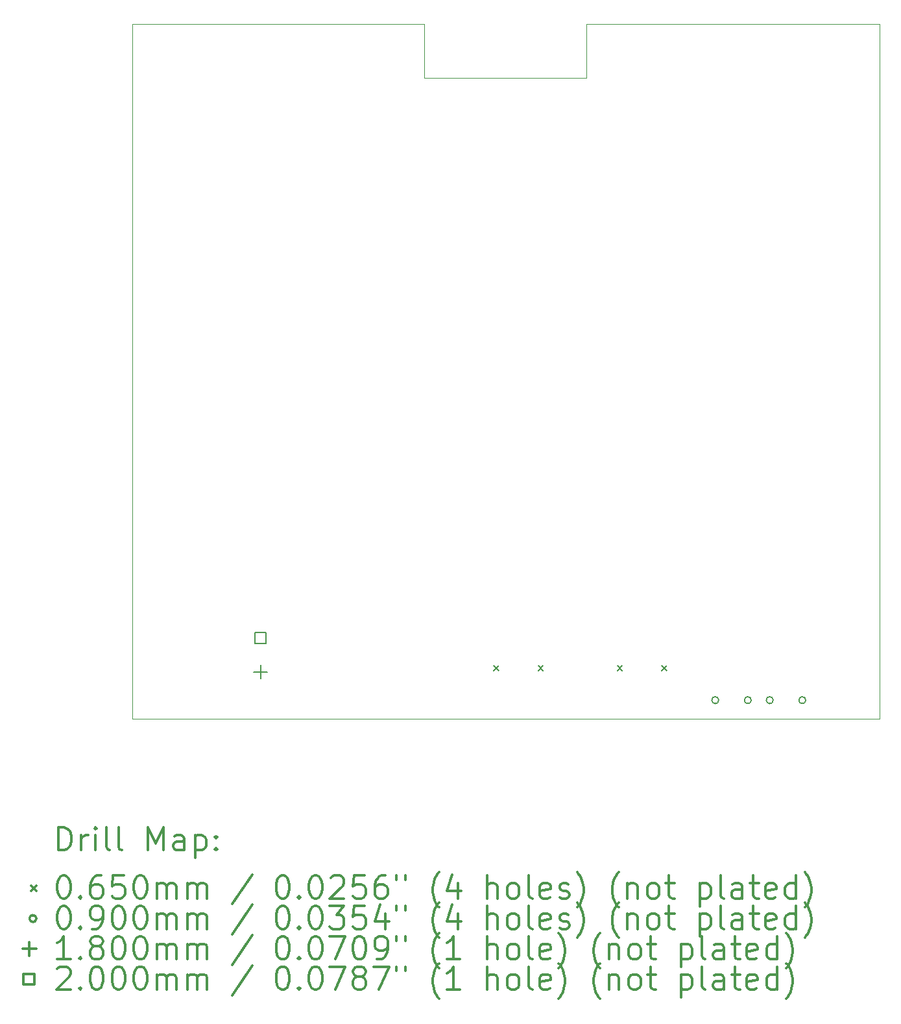
<source format=gbr>
%FSLAX45Y45*%
G04 Gerber Fmt 4.5, Leading zero omitted, Abs format (unit mm)*
G04 Created by KiCad (PCBNEW (5.1.12)-1) date 2022-03-11 14:50:15*
%MOMM*%
%LPD*%
G01*
G04 APERTURE LIST*
%TA.AperFunction,Profile*%
%ADD10C,0.050000*%
%TD*%
%ADD11C,0.200000*%
%ADD12C,0.300000*%
G04 APERTURE END LIST*
D10*
X20218400Y-12560300D02*
X22339300Y-12560300D01*
X22339300Y-11861800D02*
X22352000Y-11861800D01*
X22339300Y-12560300D02*
X22339300Y-11861800D01*
X20218400Y-11861800D02*
X20218400Y-12560300D01*
X20218400Y-11861800D02*
X16408400Y-11861800D01*
X20218400Y-11861800D02*
X20218400Y-11861800D01*
X16408400Y-11861800D02*
X16408400Y-20916900D01*
X26162000Y-11861800D02*
X22352000Y-11861800D01*
X26162000Y-20916900D02*
X26162000Y-11861800D01*
X16408400Y-20916900D02*
X26162000Y-20916900D01*
D11*
X21128800Y-20224000D02*
X21193800Y-20289000D01*
X21193800Y-20224000D02*
X21128800Y-20289000D01*
X21706800Y-20224000D02*
X21771800Y-20289000D01*
X21771800Y-20224000D02*
X21706800Y-20289000D01*
X22741700Y-20224000D02*
X22806700Y-20289000D01*
X22806700Y-20224000D02*
X22741700Y-20289000D01*
X23319700Y-20224000D02*
X23384700Y-20289000D01*
X23384700Y-20224000D02*
X23319700Y-20289000D01*
X24064100Y-20675600D02*
G75*
G03*
X24064100Y-20675600I-45000J0D01*
G01*
X24489100Y-20675600D02*
G75*
G03*
X24489100Y-20675600I-45000J0D01*
G01*
X24775300Y-20675600D02*
G75*
G03*
X24775300Y-20675600I-45000J0D01*
G01*
X25200300Y-20675600D02*
G75*
G03*
X25200300Y-20675600I-45000J0D01*
G01*
X18084800Y-20215200D02*
X18084800Y-20395200D01*
X17994800Y-20305200D02*
X18174800Y-20305200D01*
X18155511Y-19935911D02*
X18155511Y-19794489D01*
X18014089Y-19794489D01*
X18014089Y-19935911D01*
X18155511Y-19935911D01*
D12*
X15444828Y-22632614D02*
X15444828Y-22332614D01*
X15516257Y-22332614D01*
X15559114Y-22346900D01*
X15587686Y-22375471D01*
X15601971Y-22404043D01*
X15616257Y-22461186D01*
X15616257Y-22504043D01*
X15601971Y-22561186D01*
X15587686Y-22589757D01*
X15559114Y-22618328D01*
X15516257Y-22632614D01*
X15444828Y-22632614D01*
X15744828Y-22632614D02*
X15744828Y-22432614D01*
X15744828Y-22489757D02*
X15759114Y-22461186D01*
X15773400Y-22446900D01*
X15801971Y-22432614D01*
X15830543Y-22432614D01*
X15930543Y-22632614D02*
X15930543Y-22432614D01*
X15930543Y-22332614D02*
X15916257Y-22346900D01*
X15930543Y-22361186D01*
X15944828Y-22346900D01*
X15930543Y-22332614D01*
X15930543Y-22361186D01*
X16116257Y-22632614D02*
X16087686Y-22618328D01*
X16073400Y-22589757D01*
X16073400Y-22332614D01*
X16273400Y-22632614D02*
X16244828Y-22618328D01*
X16230543Y-22589757D01*
X16230543Y-22332614D01*
X16616257Y-22632614D02*
X16616257Y-22332614D01*
X16716257Y-22546900D01*
X16816257Y-22332614D01*
X16816257Y-22632614D01*
X17087686Y-22632614D02*
X17087686Y-22475471D01*
X17073400Y-22446900D01*
X17044829Y-22432614D01*
X16987686Y-22432614D01*
X16959114Y-22446900D01*
X17087686Y-22618328D02*
X17059114Y-22632614D01*
X16987686Y-22632614D01*
X16959114Y-22618328D01*
X16944829Y-22589757D01*
X16944829Y-22561186D01*
X16959114Y-22532614D01*
X16987686Y-22518328D01*
X17059114Y-22518328D01*
X17087686Y-22504043D01*
X17230543Y-22432614D02*
X17230543Y-22732614D01*
X17230543Y-22446900D02*
X17259114Y-22432614D01*
X17316257Y-22432614D01*
X17344829Y-22446900D01*
X17359114Y-22461186D01*
X17373400Y-22489757D01*
X17373400Y-22575471D01*
X17359114Y-22604043D01*
X17344829Y-22618328D01*
X17316257Y-22632614D01*
X17259114Y-22632614D01*
X17230543Y-22618328D01*
X17501971Y-22604043D02*
X17516257Y-22618328D01*
X17501971Y-22632614D01*
X17487686Y-22618328D01*
X17501971Y-22604043D01*
X17501971Y-22632614D01*
X17501971Y-22446900D02*
X17516257Y-22461186D01*
X17501971Y-22475471D01*
X17487686Y-22461186D01*
X17501971Y-22446900D01*
X17501971Y-22475471D01*
X15093400Y-23094400D02*
X15158400Y-23159400D01*
X15158400Y-23094400D02*
X15093400Y-23159400D01*
X15501971Y-22962614D02*
X15530543Y-22962614D01*
X15559114Y-22976900D01*
X15573400Y-22991186D01*
X15587686Y-23019757D01*
X15601971Y-23076900D01*
X15601971Y-23148328D01*
X15587686Y-23205471D01*
X15573400Y-23234043D01*
X15559114Y-23248328D01*
X15530543Y-23262614D01*
X15501971Y-23262614D01*
X15473400Y-23248328D01*
X15459114Y-23234043D01*
X15444828Y-23205471D01*
X15430543Y-23148328D01*
X15430543Y-23076900D01*
X15444828Y-23019757D01*
X15459114Y-22991186D01*
X15473400Y-22976900D01*
X15501971Y-22962614D01*
X15730543Y-23234043D02*
X15744828Y-23248328D01*
X15730543Y-23262614D01*
X15716257Y-23248328D01*
X15730543Y-23234043D01*
X15730543Y-23262614D01*
X16001971Y-22962614D02*
X15944828Y-22962614D01*
X15916257Y-22976900D01*
X15901971Y-22991186D01*
X15873400Y-23034043D01*
X15859114Y-23091186D01*
X15859114Y-23205471D01*
X15873400Y-23234043D01*
X15887686Y-23248328D01*
X15916257Y-23262614D01*
X15973400Y-23262614D01*
X16001971Y-23248328D01*
X16016257Y-23234043D01*
X16030543Y-23205471D01*
X16030543Y-23134043D01*
X16016257Y-23105471D01*
X16001971Y-23091186D01*
X15973400Y-23076900D01*
X15916257Y-23076900D01*
X15887686Y-23091186D01*
X15873400Y-23105471D01*
X15859114Y-23134043D01*
X16301971Y-22962614D02*
X16159114Y-22962614D01*
X16144828Y-23105471D01*
X16159114Y-23091186D01*
X16187686Y-23076900D01*
X16259114Y-23076900D01*
X16287686Y-23091186D01*
X16301971Y-23105471D01*
X16316257Y-23134043D01*
X16316257Y-23205471D01*
X16301971Y-23234043D01*
X16287686Y-23248328D01*
X16259114Y-23262614D01*
X16187686Y-23262614D01*
X16159114Y-23248328D01*
X16144828Y-23234043D01*
X16501971Y-22962614D02*
X16530543Y-22962614D01*
X16559114Y-22976900D01*
X16573400Y-22991186D01*
X16587686Y-23019757D01*
X16601971Y-23076900D01*
X16601971Y-23148328D01*
X16587686Y-23205471D01*
X16573400Y-23234043D01*
X16559114Y-23248328D01*
X16530543Y-23262614D01*
X16501971Y-23262614D01*
X16473400Y-23248328D01*
X16459114Y-23234043D01*
X16444828Y-23205471D01*
X16430543Y-23148328D01*
X16430543Y-23076900D01*
X16444828Y-23019757D01*
X16459114Y-22991186D01*
X16473400Y-22976900D01*
X16501971Y-22962614D01*
X16730543Y-23262614D02*
X16730543Y-23062614D01*
X16730543Y-23091186D02*
X16744828Y-23076900D01*
X16773400Y-23062614D01*
X16816257Y-23062614D01*
X16844829Y-23076900D01*
X16859114Y-23105471D01*
X16859114Y-23262614D01*
X16859114Y-23105471D02*
X16873400Y-23076900D01*
X16901971Y-23062614D01*
X16944829Y-23062614D01*
X16973400Y-23076900D01*
X16987686Y-23105471D01*
X16987686Y-23262614D01*
X17130543Y-23262614D02*
X17130543Y-23062614D01*
X17130543Y-23091186D02*
X17144829Y-23076900D01*
X17173400Y-23062614D01*
X17216257Y-23062614D01*
X17244829Y-23076900D01*
X17259114Y-23105471D01*
X17259114Y-23262614D01*
X17259114Y-23105471D02*
X17273400Y-23076900D01*
X17301971Y-23062614D01*
X17344829Y-23062614D01*
X17373400Y-23076900D01*
X17387686Y-23105471D01*
X17387686Y-23262614D01*
X17973400Y-22948328D02*
X17716257Y-23334043D01*
X18359114Y-22962614D02*
X18387686Y-22962614D01*
X18416257Y-22976900D01*
X18430543Y-22991186D01*
X18444829Y-23019757D01*
X18459114Y-23076900D01*
X18459114Y-23148328D01*
X18444829Y-23205471D01*
X18430543Y-23234043D01*
X18416257Y-23248328D01*
X18387686Y-23262614D01*
X18359114Y-23262614D01*
X18330543Y-23248328D01*
X18316257Y-23234043D01*
X18301971Y-23205471D01*
X18287686Y-23148328D01*
X18287686Y-23076900D01*
X18301971Y-23019757D01*
X18316257Y-22991186D01*
X18330543Y-22976900D01*
X18359114Y-22962614D01*
X18587686Y-23234043D02*
X18601971Y-23248328D01*
X18587686Y-23262614D01*
X18573400Y-23248328D01*
X18587686Y-23234043D01*
X18587686Y-23262614D01*
X18787686Y-22962614D02*
X18816257Y-22962614D01*
X18844829Y-22976900D01*
X18859114Y-22991186D01*
X18873400Y-23019757D01*
X18887686Y-23076900D01*
X18887686Y-23148328D01*
X18873400Y-23205471D01*
X18859114Y-23234043D01*
X18844829Y-23248328D01*
X18816257Y-23262614D01*
X18787686Y-23262614D01*
X18759114Y-23248328D01*
X18744829Y-23234043D01*
X18730543Y-23205471D01*
X18716257Y-23148328D01*
X18716257Y-23076900D01*
X18730543Y-23019757D01*
X18744829Y-22991186D01*
X18759114Y-22976900D01*
X18787686Y-22962614D01*
X19001971Y-22991186D02*
X19016257Y-22976900D01*
X19044829Y-22962614D01*
X19116257Y-22962614D01*
X19144829Y-22976900D01*
X19159114Y-22991186D01*
X19173400Y-23019757D01*
X19173400Y-23048328D01*
X19159114Y-23091186D01*
X18987686Y-23262614D01*
X19173400Y-23262614D01*
X19444829Y-22962614D02*
X19301971Y-22962614D01*
X19287686Y-23105471D01*
X19301971Y-23091186D01*
X19330543Y-23076900D01*
X19401971Y-23076900D01*
X19430543Y-23091186D01*
X19444829Y-23105471D01*
X19459114Y-23134043D01*
X19459114Y-23205471D01*
X19444829Y-23234043D01*
X19430543Y-23248328D01*
X19401971Y-23262614D01*
X19330543Y-23262614D01*
X19301971Y-23248328D01*
X19287686Y-23234043D01*
X19716257Y-22962614D02*
X19659114Y-22962614D01*
X19630543Y-22976900D01*
X19616257Y-22991186D01*
X19587686Y-23034043D01*
X19573400Y-23091186D01*
X19573400Y-23205471D01*
X19587686Y-23234043D01*
X19601971Y-23248328D01*
X19630543Y-23262614D01*
X19687686Y-23262614D01*
X19716257Y-23248328D01*
X19730543Y-23234043D01*
X19744829Y-23205471D01*
X19744829Y-23134043D01*
X19730543Y-23105471D01*
X19716257Y-23091186D01*
X19687686Y-23076900D01*
X19630543Y-23076900D01*
X19601971Y-23091186D01*
X19587686Y-23105471D01*
X19573400Y-23134043D01*
X19859114Y-22962614D02*
X19859114Y-23019757D01*
X19973400Y-22962614D02*
X19973400Y-23019757D01*
X20416257Y-23376900D02*
X20401971Y-23362614D01*
X20373400Y-23319757D01*
X20359114Y-23291186D01*
X20344829Y-23248328D01*
X20330543Y-23176900D01*
X20330543Y-23119757D01*
X20344829Y-23048328D01*
X20359114Y-23005471D01*
X20373400Y-22976900D01*
X20401971Y-22934043D01*
X20416257Y-22919757D01*
X20659114Y-23062614D02*
X20659114Y-23262614D01*
X20587686Y-22948328D02*
X20516257Y-23162614D01*
X20701971Y-23162614D01*
X21044829Y-23262614D02*
X21044829Y-22962614D01*
X21173400Y-23262614D02*
X21173400Y-23105471D01*
X21159114Y-23076900D01*
X21130543Y-23062614D01*
X21087686Y-23062614D01*
X21059114Y-23076900D01*
X21044829Y-23091186D01*
X21359114Y-23262614D02*
X21330543Y-23248328D01*
X21316257Y-23234043D01*
X21301971Y-23205471D01*
X21301971Y-23119757D01*
X21316257Y-23091186D01*
X21330543Y-23076900D01*
X21359114Y-23062614D01*
X21401971Y-23062614D01*
X21430543Y-23076900D01*
X21444829Y-23091186D01*
X21459114Y-23119757D01*
X21459114Y-23205471D01*
X21444829Y-23234043D01*
X21430543Y-23248328D01*
X21401971Y-23262614D01*
X21359114Y-23262614D01*
X21630543Y-23262614D02*
X21601971Y-23248328D01*
X21587686Y-23219757D01*
X21587686Y-22962614D01*
X21859114Y-23248328D02*
X21830543Y-23262614D01*
X21773400Y-23262614D01*
X21744829Y-23248328D01*
X21730543Y-23219757D01*
X21730543Y-23105471D01*
X21744829Y-23076900D01*
X21773400Y-23062614D01*
X21830543Y-23062614D01*
X21859114Y-23076900D01*
X21873400Y-23105471D01*
X21873400Y-23134043D01*
X21730543Y-23162614D01*
X21987686Y-23248328D02*
X22016257Y-23262614D01*
X22073400Y-23262614D01*
X22101971Y-23248328D01*
X22116257Y-23219757D01*
X22116257Y-23205471D01*
X22101971Y-23176900D01*
X22073400Y-23162614D01*
X22030543Y-23162614D01*
X22001971Y-23148328D01*
X21987686Y-23119757D01*
X21987686Y-23105471D01*
X22001971Y-23076900D01*
X22030543Y-23062614D01*
X22073400Y-23062614D01*
X22101971Y-23076900D01*
X22216257Y-23376900D02*
X22230543Y-23362614D01*
X22259114Y-23319757D01*
X22273400Y-23291186D01*
X22287686Y-23248328D01*
X22301971Y-23176900D01*
X22301971Y-23119757D01*
X22287686Y-23048328D01*
X22273400Y-23005471D01*
X22259114Y-22976900D01*
X22230543Y-22934043D01*
X22216257Y-22919757D01*
X22759114Y-23376900D02*
X22744828Y-23362614D01*
X22716257Y-23319757D01*
X22701971Y-23291186D01*
X22687686Y-23248328D01*
X22673400Y-23176900D01*
X22673400Y-23119757D01*
X22687686Y-23048328D01*
X22701971Y-23005471D01*
X22716257Y-22976900D01*
X22744828Y-22934043D01*
X22759114Y-22919757D01*
X22873400Y-23062614D02*
X22873400Y-23262614D01*
X22873400Y-23091186D02*
X22887686Y-23076900D01*
X22916257Y-23062614D01*
X22959114Y-23062614D01*
X22987686Y-23076900D01*
X23001971Y-23105471D01*
X23001971Y-23262614D01*
X23187686Y-23262614D02*
X23159114Y-23248328D01*
X23144828Y-23234043D01*
X23130543Y-23205471D01*
X23130543Y-23119757D01*
X23144828Y-23091186D01*
X23159114Y-23076900D01*
X23187686Y-23062614D01*
X23230543Y-23062614D01*
X23259114Y-23076900D01*
X23273400Y-23091186D01*
X23287686Y-23119757D01*
X23287686Y-23205471D01*
X23273400Y-23234043D01*
X23259114Y-23248328D01*
X23230543Y-23262614D01*
X23187686Y-23262614D01*
X23373400Y-23062614D02*
X23487686Y-23062614D01*
X23416257Y-22962614D02*
X23416257Y-23219757D01*
X23430543Y-23248328D01*
X23459114Y-23262614D01*
X23487686Y-23262614D01*
X23816257Y-23062614D02*
X23816257Y-23362614D01*
X23816257Y-23076900D02*
X23844828Y-23062614D01*
X23901971Y-23062614D01*
X23930543Y-23076900D01*
X23944828Y-23091186D01*
X23959114Y-23119757D01*
X23959114Y-23205471D01*
X23944828Y-23234043D01*
X23930543Y-23248328D01*
X23901971Y-23262614D01*
X23844828Y-23262614D01*
X23816257Y-23248328D01*
X24130543Y-23262614D02*
X24101971Y-23248328D01*
X24087686Y-23219757D01*
X24087686Y-22962614D01*
X24373400Y-23262614D02*
X24373400Y-23105471D01*
X24359114Y-23076900D01*
X24330543Y-23062614D01*
X24273400Y-23062614D01*
X24244828Y-23076900D01*
X24373400Y-23248328D02*
X24344828Y-23262614D01*
X24273400Y-23262614D01*
X24244828Y-23248328D01*
X24230543Y-23219757D01*
X24230543Y-23191186D01*
X24244828Y-23162614D01*
X24273400Y-23148328D01*
X24344828Y-23148328D01*
X24373400Y-23134043D01*
X24473400Y-23062614D02*
X24587686Y-23062614D01*
X24516257Y-22962614D02*
X24516257Y-23219757D01*
X24530543Y-23248328D01*
X24559114Y-23262614D01*
X24587686Y-23262614D01*
X24801971Y-23248328D02*
X24773400Y-23262614D01*
X24716257Y-23262614D01*
X24687686Y-23248328D01*
X24673400Y-23219757D01*
X24673400Y-23105471D01*
X24687686Y-23076900D01*
X24716257Y-23062614D01*
X24773400Y-23062614D01*
X24801971Y-23076900D01*
X24816257Y-23105471D01*
X24816257Y-23134043D01*
X24673400Y-23162614D01*
X25073400Y-23262614D02*
X25073400Y-22962614D01*
X25073400Y-23248328D02*
X25044828Y-23262614D01*
X24987686Y-23262614D01*
X24959114Y-23248328D01*
X24944828Y-23234043D01*
X24930543Y-23205471D01*
X24930543Y-23119757D01*
X24944828Y-23091186D01*
X24959114Y-23076900D01*
X24987686Y-23062614D01*
X25044828Y-23062614D01*
X25073400Y-23076900D01*
X25187686Y-23376900D02*
X25201971Y-23362614D01*
X25230543Y-23319757D01*
X25244828Y-23291186D01*
X25259114Y-23248328D01*
X25273400Y-23176900D01*
X25273400Y-23119757D01*
X25259114Y-23048328D01*
X25244828Y-23005471D01*
X25230543Y-22976900D01*
X25201971Y-22934043D01*
X25187686Y-22919757D01*
X15158400Y-23522900D02*
G75*
G03*
X15158400Y-23522900I-45000J0D01*
G01*
X15501971Y-23358614D02*
X15530543Y-23358614D01*
X15559114Y-23372900D01*
X15573400Y-23387186D01*
X15587686Y-23415757D01*
X15601971Y-23472900D01*
X15601971Y-23544328D01*
X15587686Y-23601471D01*
X15573400Y-23630043D01*
X15559114Y-23644328D01*
X15530543Y-23658614D01*
X15501971Y-23658614D01*
X15473400Y-23644328D01*
X15459114Y-23630043D01*
X15444828Y-23601471D01*
X15430543Y-23544328D01*
X15430543Y-23472900D01*
X15444828Y-23415757D01*
X15459114Y-23387186D01*
X15473400Y-23372900D01*
X15501971Y-23358614D01*
X15730543Y-23630043D02*
X15744828Y-23644328D01*
X15730543Y-23658614D01*
X15716257Y-23644328D01*
X15730543Y-23630043D01*
X15730543Y-23658614D01*
X15887686Y-23658614D02*
X15944828Y-23658614D01*
X15973400Y-23644328D01*
X15987686Y-23630043D01*
X16016257Y-23587186D01*
X16030543Y-23530043D01*
X16030543Y-23415757D01*
X16016257Y-23387186D01*
X16001971Y-23372900D01*
X15973400Y-23358614D01*
X15916257Y-23358614D01*
X15887686Y-23372900D01*
X15873400Y-23387186D01*
X15859114Y-23415757D01*
X15859114Y-23487186D01*
X15873400Y-23515757D01*
X15887686Y-23530043D01*
X15916257Y-23544328D01*
X15973400Y-23544328D01*
X16001971Y-23530043D01*
X16016257Y-23515757D01*
X16030543Y-23487186D01*
X16216257Y-23358614D02*
X16244828Y-23358614D01*
X16273400Y-23372900D01*
X16287686Y-23387186D01*
X16301971Y-23415757D01*
X16316257Y-23472900D01*
X16316257Y-23544328D01*
X16301971Y-23601471D01*
X16287686Y-23630043D01*
X16273400Y-23644328D01*
X16244828Y-23658614D01*
X16216257Y-23658614D01*
X16187686Y-23644328D01*
X16173400Y-23630043D01*
X16159114Y-23601471D01*
X16144828Y-23544328D01*
X16144828Y-23472900D01*
X16159114Y-23415757D01*
X16173400Y-23387186D01*
X16187686Y-23372900D01*
X16216257Y-23358614D01*
X16501971Y-23358614D02*
X16530543Y-23358614D01*
X16559114Y-23372900D01*
X16573400Y-23387186D01*
X16587686Y-23415757D01*
X16601971Y-23472900D01*
X16601971Y-23544328D01*
X16587686Y-23601471D01*
X16573400Y-23630043D01*
X16559114Y-23644328D01*
X16530543Y-23658614D01*
X16501971Y-23658614D01*
X16473400Y-23644328D01*
X16459114Y-23630043D01*
X16444828Y-23601471D01*
X16430543Y-23544328D01*
X16430543Y-23472900D01*
X16444828Y-23415757D01*
X16459114Y-23387186D01*
X16473400Y-23372900D01*
X16501971Y-23358614D01*
X16730543Y-23658614D02*
X16730543Y-23458614D01*
X16730543Y-23487186D02*
X16744828Y-23472900D01*
X16773400Y-23458614D01*
X16816257Y-23458614D01*
X16844829Y-23472900D01*
X16859114Y-23501471D01*
X16859114Y-23658614D01*
X16859114Y-23501471D02*
X16873400Y-23472900D01*
X16901971Y-23458614D01*
X16944829Y-23458614D01*
X16973400Y-23472900D01*
X16987686Y-23501471D01*
X16987686Y-23658614D01*
X17130543Y-23658614D02*
X17130543Y-23458614D01*
X17130543Y-23487186D02*
X17144829Y-23472900D01*
X17173400Y-23458614D01*
X17216257Y-23458614D01*
X17244829Y-23472900D01*
X17259114Y-23501471D01*
X17259114Y-23658614D01*
X17259114Y-23501471D02*
X17273400Y-23472900D01*
X17301971Y-23458614D01*
X17344829Y-23458614D01*
X17373400Y-23472900D01*
X17387686Y-23501471D01*
X17387686Y-23658614D01*
X17973400Y-23344328D02*
X17716257Y-23730043D01*
X18359114Y-23358614D02*
X18387686Y-23358614D01*
X18416257Y-23372900D01*
X18430543Y-23387186D01*
X18444829Y-23415757D01*
X18459114Y-23472900D01*
X18459114Y-23544328D01*
X18444829Y-23601471D01*
X18430543Y-23630043D01*
X18416257Y-23644328D01*
X18387686Y-23658614D01*
X18359114Y-23658614D01*
X18330543Y-23644328D01*
X18316257Y-23630043D01*
X18301971Y-23601471D01*
X18287686Y-23544328D01*
X18287686Y-23472900D01*
X18301971Y-23415757D01*
X18316257Y-23387186D01*
X18330543Y-23372900D01*
X18359114Y-23358614D01*
X18587686Y-23630043D02*
X18601971Y-23644328D01*
X18587686Y-23658614D01*
X18573400Y-23644328D01*
X18587686Y-23630043D01*
X18587686Y-23658614D01*
X18787686Y-23358614D02*
X18816257Y-23358614D01*
X18844829Y-23372900D01*
X18859114Y-23387186D01*
X18873400Y-23415757D01*
X18887686Y-23472900D01*
X18887686Y-23544328D01*
X18873400Y-23601471D01*
X18859114Y-23630043D01*
X18844829Y-23644328D01*
X18816257Y-23658614D01*
X18787686Y-23658614D01*
X18759114Y-23644328D01*
X18744829Y-23630043D01*
X18730543Y-23601471D01*
X18716257Y-23544328D01*
X18716257Y-23472900D01*
X18730543Y-23415757D01*
X18744829Y-23387186D01*
X18759114Y-23372900D01*
X18787686Y-23358614D01*
X18987686Y-23358614D02*
X19173400Y-23358614D01*
X19073400Y-23472900D01*
X19116257Y-23472900D01*
X19144829Y-23487186D01*
X19159114Y-23501471D01*
X19173400Y-23530043D01*
X19173400Y-23601471D01*
X19159114Y-23630043D01*
X19144829Y-23644328D01*
X19116257Y-23658614D01*
X19030543Y-23658614D01*
X19001971Y-23644328D01*
X18987686Y-23630043D01*
X19444829Y-23358614D02*
X19301971Y-23358614D01*
X19287686Y-23501471D01*
X19301971Y-23487186D01*
X19330543Y-23472900D01*
X19401971Y-23472900D01*
X19430543Y-23487186D01*
X19444829Y-23501471D01*
X19459114Y-23530043D01*
X19459114Y-23601471D01*
X19444829Y-23630043D01*
X19430543Y-23644328D01*
X19401971Y-23658614D01*
X19330543Y-23658614D01*
X19301971Y-23644328D01*
X19287686Y-23630043D01*
X19716257Y-23458614D02*
X19716257Y-23658614D01*
X19644829Y-23344328D02*
X19573400Y-23558614D01*
X19759114Y-23558614D01*
X19859114Y-23358614D02*
X19859114Y-23415757D01*
X19973400Y-23358614D02*
X19973400Y-23415757D01*
X20416257Y-23772900D02*
X20401971Y-23758614D01*
X20373400Y-23715757D01*
X20359114Y-23687186D01*
X20344829Y-23644328D01*
X20330543Y-23572900D01*
X20330543Y-23515757D01*
X20344829Y-23444328D01*
X20359114Y-23401471D01*
X20373400Y-23372900D01*
X20401971Y-23330043D01*
X20416257Y-23315757D01*
X20659114Y-23458614D02*
X20659114Y-23658614D01*
X20587686Y-23344328D02*
X20516257Y-23558614D01*
X20701971Y-23558614D01*
X21044829Y-23658614D02*
X21044829Y-23358614D01*
X21173400Y-23658614D02*
X21173400Y-23501471D01*
X21159114Y-23472900D01*
X21130543Y-23458614D01*
X21087686Y-23458614D01*
X21059114Y-23472900D01*
X21044829Y-23487186D01*
X21359114Y-23658614D02*
X21330543Y-23644328D01*
X21316257Y-23630043D01*
X21301971Y-23601471D01*
X21301971Y-23515757D01*
X21316257Y-23487186D01*
X21330543Y-23472900D01*
X21359114Y-23458614D01*
X21401971Y-23458614D01*
X21430543Y-23472900D01*
X21444829Y-23487186D01*
X21459114Y-23515757D01*
X21459114Y-23601471D01*
X21444829Y-23630043D01*
X21430543Y-23644328D01*
X21401971Y-23658614D01*
X21359114Y-23658614D01*
X21630543Y-23658614D02*
X21601971Y-23644328D01*
X21587686Y-23615757D01*
X21587686Y-23358614D01*
X21859114Y-23644328D02*
X21830543Y-23658614D01*
X21773400Y-23658614D01*
X21744829Y-23644328D01*
X21730543Y-23615757D01*
X21730543Y-23501471D01*
X21744829Y-23472900D01*
X21773400Y-23458614D01*
X21830543Y-23458614D01*
X21859114Y-23472900D01*
X21873400Y-23501471D01*
X21873400Y-23530043D01*
X21730543Y-23558614D01*
X21987686Y-23644328D02*
X22016257Y-23658614D01*
X22073400Y-23658614D01*
X22101971Y-23644328D01*
X22116257Y-23615757D01*
X22116257Y-23601471D01*
X22101971Y-23572900D01*
X22073400Y-23558614D01*
X22030543Y-23558614D01*
X22001971Y-23544328D01*
X21987686Y-23515757D01*
X21987686Y-23501471D01*
X22001971Y-23472900D01*
X22030543Y-23458614D01*
X22073400Y-23458614D01*
X22101971Y-23472900D01*
X22216257Y-23772900D02*
X22230543Y-23758614D01*
X22259114Y-23715757D01*
X22273400Y-23687186D01*
X22287686Y-23644328D01*
X22301971Y-23572900D01*
X22301971Y-23515757D01*
X22287686Y-23444328D01*
X22273400Y-23401471D01*
X22259114Y-23372900D01*
X22230543Y-23330043D01*
X22216257Y-23315757D01*
X22759114Y-23772900D02*
X22744828Y-23758614D01*
X22716257Y-23715757D01*
X22701971Y-23687186D01*
X22687686Y-23644328D01*
X22673400Y-23572900D01*
X22673400Y-23515757D01*
X22687686Y-23444328D01*
X22701971Y-23401471D01*
X22716257Y-23372900D01*
X22744828Y-23330043D01*
X22759114Y-23315757D01*
X22873400Y-23458614D02*
X22873400Y-23658614D01*
X22873400Y-23487186D02*
X22887686Y-23472900D01*
X22916257Y-23458614D01*
X22959114Y-23458614D01*
X22987686Y-23472900D01*
X23001971Y-23501471D01*
X23001971Y-23658614D01*
X23187686Y-23658614D02*
X23159114Y-23644328D01*
X23144828Y-23630043D01*
X23130543Y-23601471D01*
X23130543Y-23515757D01*
X23144828Y-23487186D01*
X23159114Y-23472900D01*
X23187686Y-23458614D01*
X23230543Y-23458614D01*
X23259114Y-23472900D01*
X23273400Y-23487186D01*
X23287686Y-23515757D01*
X23287686Y-23601471D01*
X23273400Y-23630043D01*
X23259114Y-23644328D01*
X23230543Y-23658614D01*
X23187686Y-23658614D01*
X23373400Y-23458614D02*
X23487686Y-23458614D01*
X23416257Y-23358614D02*
X23416257Y-23615757D01*
X23430543Y-23644328D01*
X23459114Y-23658614D01*
X23487686Y-23658614D01*
X23816257Y-23458614D02*
X23816257Y-23758614D01*
X23816257Y-23472900D02*
X23844828Y-23458614D01*
X23901971Y-23458614D01*
X23930543Y-23472900D01*
X23944828Y-23487186D01*
X23959114Y-23515757D01*
X23959114Y-23601471D01*
X23944828Y-23630043D01*
X23930543Y-23644328D01*
X23901971Y-23658614D01*
X23844828Y-23658614D01*
X23816257Y-23644328D01*
X24130543Y-23658614D02*
X24101971Y-23644328D01*
X24087686Y-23615757D01*
X24087686Y-23358614D01*
X24373400Y-23658614D02*
X24373400Y-23501471D01*
X24359114Y-23472900D01*
X24330543Y-23458614D01*
X24273400Y-23458614D01*
X24244828Y-23472900D01*
X24373400Y-23644328D02*
X24344828Y-23658614D01*
X24273400Y-23658614D01*
X24244828Y-23644328D01*
X24230543Y-23615757D01*
X24230543Y-23587186D01*
X24244828Y-23558614D01*
X24273400Y-23544328D01*
X24344828Y-23544328D01*
X24373400Y-23530043D01*
X24473400Y-23458614D02*
X24587686Y-23458614D01*
X24516257Y-23358614D02*
X24516257Y-23615757D01*
X24530543Y-23644328D01*
X24559114Y-23658614D01*
X24587686Y-23658614D01*
X24801971Y-23644328D02*
X24773400Y-23658614D01*
X24716257Y-23658614D01*
X24687686Y-23644328D01*
X24673400Y-23615757D01*
X24673400Y-23501471D01*
X24687686Y-23472900D01*
X24716257Y-23458614D01*
X24773400Y-23458614D01*
X24801971Y-23472900D01*
X24816257Y-23501471D01*
X24816257Y-23530043D01*
X24673400Y-23558614D01*
X25073400Y-23658614D02*
X25073400Y-23358614D01*
X25073400Y-23644328D02*
X25044828Y-23658614D01*
X24987686Y-23658614D01*
X24959114Y-23644328D01*
X24944828Y-23630043D01*
X24930543Y-23601471D01*
X24930543Y-23515757D01*
X24944828Y-23487186D01*
X24959114Y-23472900D01*
X24987686Y-23458614D01*
X25044828Y-23458614D01*
X25073400Y-23472900D01*
X25187686Y-23772900D02*
X25201971Y-23758614D01*
X25230543Y-23715757D01*
X25244828Y-23687186D01*
X25259114Y-23644328D01*
X25273400Y-23572900D01*
X25273400Y-23515757D01*
X25259114Y-23444328D01*
X25244828Y-23401471D01*
X25230543Y-23372900D01*
X25201971Y-23330043D01*
X25187686Y-23315757D01*
X15068400Y-23828900D02*
X15068400Y-24008900D01*
X14978400Y-23918900D02*
X15158400Y-23918900D01*
X15601971Y-24054614D02*
X15430543Y-24054614D01*
X15516257Y-24054614D02*
X15516257Y-23754614D01*
X15487686Y-23797471D01*
X15459114Y-23826043D01*
X15430543Y-23840328D01*
X15730543Y-24026043D02*
X15744828Y-24040328D01*
X15730543Y-24054614D01*
X15716257Y-24040328D01*
X15730543Y-24026043D01*
X15730543Y-24054614D01*
X15916257Y-23883186D02*
X15887686Y-23868900D01*
X15873400Y-23854614D01*
X15859114Y-23826043D01*
X15859114Y-23811757D01*
X15873400Y-23783186D01*
X15887686Y-23768900D01*
X15916257Y-23754614D01*
X15973400Y-23754614D01*
X16001971Y-23768900D01*
X16016257Y-23783186D01*
X16030543Y-23811757D01*
X16030543Y-23826043D01*
X16016257Y-23854614D01*
X16001971Y-23868900D01*
X15973400Y-23883186D01*
X15916257Y-23883186D01*
X15887686Y-23897471D01*
X15873400Y-23911757D01*
X15859114Y-23940328D01*
X15859114Y-23997471D01*
X15873400Y-24026043D01*
X15887686Y-24040328D01*
X15916257Y-24054614D01*
X15973400Y-24054614D01*
X16001971Y-24040328D01*
X16016257Y-24026043D01*
X16030543Y-23997471D01*
X16030543Y-23940328D01*
X16016257Y-23911757D01*
X16001971Y-23897471D01*
X15973400Y-23883186D01*
X16216257Y-23754614D02*
X16244828Y-23754614D01*
X16273400Y-23768900D01*
X16287686Y-23783186D01*
X16301971Y-23811757D01*
X16316257Y-23868900D01*
X16316257Y-23940328D01*
X16301971Y-23997471D01*
X16287686Y-24026043D01*
X16273400Y-24040328D01*
X16244828Y-24054614D01*
X16216257Y-24054614D01*
X16187686Y-24040328D01*
X16173400Y-24026043D01*
X16159114Y-23997471D01*
X16144828Y-23940328D01*
X16144828Y-23868900D01*
X16159114Y-23811757D01*
X16173400Y-23783186D01*
X16187686Y-23768900D01*
X16216257Y-23754614D01*
X16501971Y-23754614D02*
X16530543Y-23754614D01*
X16559114Y-23768900D01*
X16573400Y-23783186D01*
X16587686Y-23811757D01*
X16601971Y-23868900D01*
X16601971Y-23940328D01*
X16587686Y-23997471D01*
X16573400Y-24026043D01*
X16559114Y-24040328D01*
X16530543Y-24054614D01*
X16501971Y-24054614D01*
X16473400Y-24040328D01*
X16459114Y-24026043D01*
X16444828Y-23997471D01*
X16430543Y-23940328D01*
X16430543Y-23868900D01*
X16444828Y-23811757D01*
X16459114Y-23783186D01*
X16473400Y-23768900D01*
X16501971Y-23754614D01*
X16730543Y-24054614D02*
X16730543Y-23854614D01*
X16730543Y-23883186D02*
X16744828Y-23868900D01*
X16773400Y-23854614D01*
X16816257Y-23854614D01*
X16844829Y-23868900D01*
X16859114Y-23897471D01*
X16859114Y-24054614D01*
X16859114Y-23897471D02*
X16873400Y-23868900D01*
X16901971Y-23854614D01*
X16944829Y-23854614D01*
X16973400Y-23868900D01*
X16987686Y-23897471D01*
X16987686Y-24054614D01*
X17130543Y-24054614D02*
X17130543Y-23854614D01*
X17130543Y-23883186D02*
X17144829Y-23868900D01*
X17173400Y-23854614D01*
X17216257Y-23854614D01*
X17244829Y-23868900D01*
X17259114Y-23897471D01*
X17259114Y-24054614D01*
X17259114Y-23897471D02*
X17273400Y-23868900D01*
X17301971Y-23854614D01*
X17344829Y-23854614D01*
X17373400Y-23868900D01*
X17387686Y-23897471D01*
X17387686Y-24054614D01*
X17973400Y-23740328D02*
X17716257Y-24126043D01*
X18359114Y-23754614D02*
X18387686Y-23754614D01*
X18416257Y-23768900D01*
X18430543Y-23783186D01*
X18444829Y-23811757D01*
X18459114Y-23868900D01*
X18459114Y-23940328D01*
X18444829Y-23997471D01*
X18430543Y-24026043D01*
X18416257Y-24040328D01*
X18387686Y-24054614D01*
X18359114Y-24054614D01*
X18330543Y-24040328D01*
X18316257Y-24026043D01*
X18301971Y-23997471D01*
X18287686Y-23940328D01*
X18287686Y-23868900D01*
X18301971Y-23811757D01*
X18316257Y-23783186D01*
X18330543Y-23768900D01*
X18359114Y-23754614D01*
X18587686Y-24026043D02*
X18601971Y-24040328D01*
X18587686Y-24054614D01*
X18573400Y-24040328D01*
X18587686Y-24026043D01*
X18587686Y-24054614D01*
X18787686Y-23754614D02*
X18816257Y-23754614D01*
X18844829Y-23768900D01*
X18859114Y-23783186D01*
X18873400Y-23811757D01*
X18887686Y-23868900D01*
X18887686Y-23940328D01*
X18873400Y-23997471D01*
X18859114Y-24026043D01*
X18844829Y-24040328D01*
X18816257Y-24054614D01*
X18787686Y-24054614D01*
X18759114Y-24040328D01*
X18744829Y-24026043D01*
X18730543Y-23997471D01*
X18716257Y-23940328D01*
X18716257Y-23868900D01*
X18730543Y-23811757D01*
X18744829Y-23783186D01*
X18759114Y-23768900D01*
X18787686Y-23754614D01*
X18987686Y-23754614D02*
X19187686Y-23754614D01*
X19059114Y-24054614D01*
X19359114Y-23754614D02*
X19387686Y-23754614D01*
X19416257Y-23768900D01*
X19430543Y-23783186D01*
X19444829Y-23811757D01*
X19459114Y-23868900D01*
X19459114Y-23940328D01*
X19444829Y-23997471D01*
X19430543Y-24026043D01*
X19416257Y-24040328D01*
X19387686Y-24054614D01*
X19359114Y-24054614D01*
X19330543Y-24040328D01*
X19316257Y-24026043D01*
X19301971Y-23997471D01*
X19287686Y-23940328D01*
X19287686Y-23868900D01*
X19301971Y-23811757D01*
X19316257Y-23783186D01*
X19330543Y-23768900D01*
X19359114Y-23754614D01*
X19601971Y-24054614D02*
X19659114Y-24054614D01*
X19687686Y-24040328D01*
X19701971Y-24026043D01*
X19730543Y-23983186D01*
X19744829Y-23926043D01*
X19744829Y-23811757D01*
X19730543Y-23783186D01*
X19716257Y-23768900D01*
X19687686Y-23754614D01*
X19630543Y-23754614D01*
X19601971Y-23768900D01*
X19587686Y-23783186D01*
X19573400Y-23811757D01*
X19573400Y-23883186D01*
X19587686Y-23911757D01*
X19601971Y-23926043D01*
X19630543Y-23940328D01*
X19687686Y-23940328D01*
X19716257Y-23926043D01*
X19730543Y-23911757D01*
X19744829Y-23883186D01*
X19859114Y-23754614D02*
X19859114Y-23811757D01*
X19973400Y-23754614D02*
X19973400Y-23811757D01*
X20416257Y-24168900D02*
X20401971Y-24154614D01*
X20373400Y-24111757D01*
X20359114Y-24083186D01*
X20344829Y-24040328D01*
X20330543Y-23968900D01*
X20330543Y-23911757D01*
X20344829Y-23840328D01*
X20359114Y-23797471D01*
X20373400Y-23768900D01*
X20401971Y-23726043D01*
X20416257Y-23711757D01*
X20687686Y-24054614D02*
X20516257Y-24054614D01*
X20601971Y-24054614D02*
X20601971Y-23754614D01*
X20573400Y-23797471D01*
X20544829Y-23826043D01*
X20516257Y-23840328D01*
X21044829Y-24054614D02*
X21044829Y-23754614D01*
X21173400Y-24054614D02*
X21173400Y-23897471D01*
X21159114Y-23868900D01*
X21130543Y-23854614D01*
X21087686Y-23854614D01*
X21059114Y-23868900D01*
X21044829Y-23883186D01*
X21359114Y-24054614D02*
X21330543Y-24040328D01*
X21316257Y-24026043D01*
X21301971Y-23997471D01*
X21301971Y-23911757D01*
X21316257Y-23883186D01*
X21330543Y-23868900D01*
X21359114Y-23854614D01*
X21401971Y-23854614D01*
X21430543Y-23868900D01*
X21444829Y-23883186D01*
X21459114Y-23911757D01*
X21459114Y-23997471D01*
X21444829Y-24026043D01*
X21430543Y-24040328D01*
X21401971Y-24054614D01*
X21359114Y-24054614D01*
X21630543Y-24054614D02*
X21601971Y-24040328D01*
X21587686Y-24011757D01*
X21587686Y-23754614D01*
X21859114Y-24040328D02*
X21830543Y-24054614D01*
X21773400Y-24054614D01*
X21744829Y-24040328D01*
X21730543Y-24011757D01*
X21730543Y-23897471D01*
X21744829Y-23868900D01*
X21773400Y-23854614D01*
X21830543Y-23854614D01*
X21859114Y-23868900D01*
X21873400Y-23897471D01*
X21873400Y-23926043D01*
X21730543Y-23954614D01*
X21973400Y-24168900D02*
X21987686Y-24154614D01*
X22016257Y-24111757D01*
X22030543Y-24083186D01*
X22044829Y-24040328D01*
X22059114Y-23968900D01*
X22059114Y-23911757D01*
X22044829Y-23840328D01*
X22030543Y-23797471D01*
X22016257Y-23768900D01*
X21987686Y-23726043D01*
X21973400Y-23711757D01*
X22516257Y-24168900D02*
X22501971Y-24154614D01*
X22473400Y-24111757D01*
X22459114Y-24083186D01*
X22444828Y-24040328D01*
X22430543Y-23968900D01*
X22430543Y-23911757D01*
X22444828Y-23840328D01*
X22459114Y-23797471D01*
X22473400Y-23768900D01*
X22501971Y-23726043D01*
X22516257Y-23711757D01*
X22630543Y-23854614D02*
X22630543Y-24054614D01*
X22630543Y-23883186D02*
X22644828Y-23868900D01*
X22673400Y-23854614D01*
X22716257Y-23854614D01*
X22744828Y-23868900D01*
X22759114Y-23897471D01*
X22759114Y-24054614D01*
X22944828Y-24054614D02*
X22916257Y-24040328D01*
X22901971Y-24026043D01*
X22887686Y-23997471D01*
X22887686Y-23911757D01*
X22901971Y-23883186D01*
X22916257Y-23868900D01*
X22944828Y-23854614D01*
X22987686Y-23854614D01*
X23016257Y-23868900D01*
X23030543Y-23883186D01*
X23044828Y-23911757D01*
X23044828Y-23997471D01*
X23030543Y-24026043D01*
X23016257Y-24040328D01*
X22987686Y-24054614D01*
X22944828Y-24054614D01*
X23130543Y-23854614D02*
X23244828Y-23854614D01*
X23173400Y-23754614D02*
X23173400Y-24011757D01*
X23187686Y-24040328D01*
X23216257Y-24054614D01*
X23244828Y-24054614D01*
X23573400Y-23854614D02*
X23573400Y-24154614D01*
X23573400Y-23868900D02*
X23601971Y-23854614D01*
X23659114Y-23854614D01*
X23687686Y-23868900D01*
X23701971Y-23883186D01*
X23716257Y-23911757D01*
X23716257Y-23997471D01*
X23701971Y-24026043D01*
X23687686Y-24040328D01*
X23659114Y-24054614D01*
X23601971Y-24054614D01*
X23573400Y-24040328D01*
X23887686Y-24054614D02*
X23859114Y-24040328D01*
X23844828Y-24011757D01*
X23844828Y-23754614D01*
X24130543Y-24054614D02*
X24130543Y-23897471D01*
X24116257Y-23868900D01*
X24087686Y-23854614D01*
X24030543Y-23854614D01*
X24001971Y-23868900D01*
X24130543Y-24040328D02*
X24101971Y-24054614D01*
X24030543Y-24054614D01*
X24001971Y-24040328D01*
X23987686Y-24011757D01*
X23987686Y-23983186D01*
X24001971Y-23954614D01*
X24030543Y-23940328D01*
X24101971Y-23940328D01*
X24130543Y-23926043D01*
X24230543Y-23854614D02*
X24344828Y-23854614D01*
X24273400Y-23754614D02*
X24273400Y-24011757D01*
X24287686Y-24040328D01*
X24316257Y-24054614D01*
X24344828Y-24054614D01*
X24559114Y-24040328D02*
X24530543Y-24054614D01*
X24473400Y-24054614D01*
X24444828Y-24040328D01*
X24430543Y-24011757D01*
X24430543Y-23897471D01*
X24444828Y-23868900D01*
X24473400Y-23854614D01*
X24530543Y-23854614D01*
X24559114Y-23868900D01*
X24573400Y-23897471D01*
X24573400Y-23926043D01*
X24430543Y-23954614D01*
X24830543Y-24054614D02*
X24830543Y-23754614D01*
X24830543Y-24040328D02*
X24801971Y-24054614D01*
X24744828Y-24054614D01*
X24716257Y-24040328D01*
X24701971Y-24026043D01*
X24687686Y-23997471D01*
X24687686Y-23911757D01*
X24701971Y-23883186D01*
X24716257Y-23868900D01*
X24744828Y-23854614D01*
X24801971Y-23854614D01*
X24830543Y-23868900D01*
X24944828Y-24168900D02*
X24959114Y-24154614D01*
X24987686Y-24111757D01*
X25001971Y-24083186D01*
X25016257Y-24040328D01*
X25030543Y-23968900D01*
X25030543Y-23911757D01*
X25016257Y-23840328D01*
X25001971Y-23797471D01*
X24987686Y-23768900D01*
X24959114Y-23726043D01*
X24944828Y-23711757D01*
X15129111Y-24385611D02*
X15129111Y-24244189D01*
X14987689Y-24244189D01*
X14987689Y-24385611D01*
X15129111Y-24385611D01*
X15430543Y-24179186D02*
X15444828Y-24164900D01*
X15473400Y-24150614D01*
X15544828Y-24150614D01*
X15573400Y-24164900D01*
X15587686Y-24179186D01*
X15601971Y-24207757D01*
X15601971Y-24236328D01*
X15587686Y-24279186D01*
X15416257Y-24450614D01*
X15601971Y-24450614D01*
X15730543Y-24422043D02*
X15744828Y-24436328D01*
X15730543Y-24450614D01*
X15716257Y-24436328D01*
X15730543Y-24422043D01*
X15730543Y-24450614D01*
X15930543Y-24150614D02*
X15959114Y-24150614D01*
X15987686Y-24164900D01*
X16001971Y-24179186D01*
X16016257Y-24207757D01*
X16030543Y-24264900D01*
X16030543Y-24336328D01*
X16016257Y-24393471D01*
X16001971Y-24422043D01*
X15987686Y-24436328D01*
X15959114Y-24450614D01*
X15930543Y-24450614D01*
X15901971Y-24436328D01*
X15887686Y-24422043D01*
X15873400Y-24393471D01*
X15859114Y-24336328D01*
X15859114Y-24264900D01*
X15873400Y-24207757D01*
X15887686Y-24179186D01*
X15901971Y-24164900D01*
X15930543Y-24150614D01*
X16216257Y-24150614D02*
X16244828Y-24150614D01*
X16273400Y-24164900D01*
X16287686Y-24179186D01*
X16301971Y-24207757D01*
X16316257Y-24264900D01*
X16316257Y-24336328D01*
X16301971Y-24393471D01*
X16287686Y-24422043D01*
X16273400Y-24436328D01*
X16244828Y-24450614D01*
X16216257Y-24450614D01*
X16187686Y-24436328D01*
X16173400Y-24422043D01*
X16159114Y-24393471D01*
X16144828Y-24336328D01*
X16144828Y-24264900D01*
X16159114Y-24207757D01*
X16173400Y-24179186D01*
X16187686Y-24164900D01*
X16216257Y-24150614D01*
X16501971Y-24150614D02*
X16530543Y-24150614D01*
X16559114Y-24164900D01*
X16573400Y-24179186D01*
X16587686Y-24207757D01*
X16601971Y-24264900D01*
X16601971Y-24336328D01*
X16587686Y-24393471D01*
X16573400Y-24422043D01*
X16559114Y-24436328D01*
X16530543Y-24450614D01*
X16501971Y-24450614D01*
X16473400Y-24436328D01*
X16459114Y-24422043D01*
X16444828Y-24393471D01*
X16430543Y-24336328D01*
X16430543Y-24264900D01*
X16444828Y-24207757D01*
X16459114Y-24179186D01*
X16473400Y-24164900D01*
X16501971Y-24150614D01*
X16730543Y-24450614D02*
X16730543Y-24250614D01*
X16730543Y-24279186D02*
X16744828Y-24264900D01*
X16773400Y-24250614D01*
X16816257Y-24250614D01*
X16844829Y-24264900D01*
X16859114Y-24293471D01*
X16859114Y-24450614D01*
X16859114Y-24293471D02*
X16873400Y-24264900D01*
X16901971Y-24250614D01*
X16944829Y-24250614D01*
X16973400Y-24264900D01*
X16987686Y-24293471D01*
X16987686Y-24450614D01*
X17130543Y-24450614D02*
X17130543Y-24250614D01*
X17130543Y-24279186D02*
X17144829Y-24264900D01*
X17173400Y-24250614D01*
X17216257Y-24250614D01*
X17244829Y-24264900D01*
X17259114Y-24293471D01*
X17259114Y-24450614D01*
X17259114Y-24293471D02*
X17273400Y-24264900D01*
X17301971Y-24250614D01*
X17344829Y-24250614D01*
X17373400Y-24264900D01*
X17387686Y-24293471D01*
X17387686Y-24450614D01*
X17973400Y-24136328D02*
X17716257Y-24522043D01*
X18359114Y-24150614D02*
X18387686Y-24150614D01*
X18416257Y-24164900D01*
X18430543Y-24179186D01*
X18444829Y-24207757D01*
X18459114Y-24264900D01*
X18459114Y-24336328D01*
X18444829Y-24393471D01*
X18430543Y-24422043D01*
X18416257Y-24436328D01*
X18387686Y-24450614D01*
X18359114Y-24450614D01*
X18330543Y-24436328D01*
X18316257Y-24422043D01*
X18301971Y-24393471D01*
X18287686Y-24336328D01*
X18287686Y-24264900D01*
X18301971Y-24207757D01*
X18316257Y-24179186D01*
X18330543Y-24164900D01*
X18359114Y-24150614D01*
X18587686Y-24422043D02*
X18601971Y-24436328D01*
X18587686Y-24450614D01*
X18573400Y-24436328D01*
X18587686Y-24422043D01*
X18587686Y-24450614D01*
X18787686Y-24150614D02*
X18816257Y-24150614D01*
X18844829Y-24164900D01*
X18859114Y-24179186D01*
X18873400Y-24207757D01*
X18887686Y-24264900D01*
X18887686Y-24336328D01*
X18873400Y-24393471D01*
X18859114Y-24422043D01*
X18844829Y-24436328D01*
X18816257Y-24450614D01*
X18787686Y-24450614D01*
X18759114Y-24436328D01*
X18744829Y-24422043D01*
X18730543Y-24393471D01*
X18716257Y-24336328D01*
X18716257Y-24264900D01*
X18730543Y-24207757D01*
X18744829Y-24179186D01*
X18759114Y-24164900D01*
X18787686Y-24150614D01*
X18987686Y-24150614D02*
X19187686Y-24150614D01*
X19059114Y-24450614D01*
X19344829Y-24279186D02*
X19316257Y-24264900D01*
X19301971Y-24250614D01*
X19287686Y-24222043D01*
X19287686Y-24207757D01*
X19301971Y-24179186D01*
X19316257Y-24164900D01*
X19344829Y-24150614D01*
X19401971Y-24150614D01*
X19430543Y-24164900D01*
X19444829Y-24179186D01*
X19459114Y-24207757D01*
X19459114Y-24222043D01*
X19444829Y-24250614D01*
X19430543Y-24264900D01*
X19401971Y-24279186D01*
X19344829Y-24279186D01*
X19316257Y-24293471D01*
X19301971Y-24307757D01*
X19287686Y-24336328D01*
X19287686Y-24393471D01*
X19301971Y-24422043D01*
X19316257Y-24436328D01*
X19344829Y-24450614D01*
X19401971Y-24450614D01*
X19430543Y-24436328D01*
X19444829Y-24422043D01*
X19459114Y-24393471D01*
X19459114Y-24336328D01*
X19444829Y-24307757D01*
X19430543Y-24293471D01*
X19401971Y-24279186D01*
X19559114Y-24150614D02*
X19759114Y-24150614D01*
X19630543Y-24450614D01*
X19859114Y-24150614D02*
X19859114Y-24207757D01*
X19973400Y-24150614D02*
X19973400Y-24207757D01*
X20416257Y-24564900D02*
X20401971Y-24550614D01*
X20373400Y-24507757D01*
X20359114Y-24479186D01*
X20344829Y-24436328D01*
X20330543Y-24364900D01*
X20330543Y-24307757D01*
X20344829Y-24236328D01*
X20359114Y-24193471D01*
X20373400Y-24164900D01*
X20401971Y-24122043D01*
X20416257Y-24107757D01*
X20687686Y-24450614D02*
X20516257Y-24450614D01*
X20601971Y-24450614D02*
X20601971Y-24150614D01*
X20573400Y-24193471D01*
X20544829Y-24222043D01*
X20516257Y-24236328D01*
X21044829Y-24450614D02*
X21044829Y-24150614D01*
X21173400Y-24450614D02*
X21173400Y-24293471D01*
X21159114Y-24264900D01*
X21130543Y-24250614D01*
X21087686Y-24250614D01*
X21059114Y-24264900D01*
X21044829Y-24279186D01*
X21359114Y-24450614D02*
X21330543Y-24436328D01*
X21316257Y-24422043D01*
X21301971Y-24393471D01*
X21301971Y-24307757D01*
X21316257Y-24279186D01*
X21330543Y-24264900D01*
X21359114Y-24250614D01*
X21401971Y-24250614D01*
X21430543Y-24264900D01*
X21444829Y-24279186D01*
X21459114Y-24307757D01*
X21459114Y-24393471D01*
X21444829Y-24422043D01*
X21430543Y-24436328D01*
X21401971Y-24450614D01*
X21359114Y-24450614D01*
X21630543Y-24450614D02*
X21601971Y-24436328D01*
X21587686Y-24407757D01*
X21587686Y-24150614D01*
X21859114Y-24436328D02*
X21830543Y-24450614D01*
X21773400Y-24450614D01*
X21744829Y-24436328D01*
X21730543Y-24407757D01*
X21730543Y-24293471D01*
X21744829Y-24264900D01*
X21773400Y-24250614D01*
X21830543Y-24250614D01*
X21859114Y-24264900D01*
X21873400Y-24293471D01*
X21873400Y-24322043D01*
X21730543Y-24350614D01*
X21973400Y-24564900D02*
X21987686Y-24550614D01*
X22016257Y-24507757D01*
X22030543Y-24479186D01*
X22044829Y-24436328D01*
X22059114Y-24364900D01*
X22059114Y-24307757D01*
X22044829Y-24236328D01*
X22030543Y-24193471D01*
X22016257Y-24164900D01*
X21987686Y-24122043D01*
X21973400Y-24107757D01*
X22516257Y-24564900D02*
X22501971Y-24550614D01*
X22473400Y-24507757D01*
X22459114Y-24479186D01*
X22444828Y-24436328D01*
X22430543Y-24364900D01*
X22430543Y-24307757D01*
X22444828Y-24236328D01*
X22459114Y-24193471D01*
X22473400Y-24164900D01*
X22501971Y-24122043D01*
X22516257Y-24107757D01*
X22630543Y-24250614D02*
X22630543Y-24450614D01*
X22630543Y-24279186D02*
X22644828Y-24264900D01*
X22673400Y-24250614D01*
X22716257Y-24250614D01*
X22744828Y-24264900D01*
X22759114Y-24293471D01*
X22759114Y-24450614D01*
X22944828Y-24450614D02*
X22916257Y-24436328D01*
X22901971Y-24422043D01*
X22887686Y-24393471D01*
X22887686Y-24307757D01*
X22901971Y-24279186D01*
X22916257Y-24264900D01*
X22944828Y-24250614D01*
X22987686Y-24250614D01*
X23016257Y-24264900D01*
X23030543Y-24279186D01*
X23044828Y-24307757D01*
X23044828Y-24393471D01*
X23030543Y-24422043D01*
X23016257Y-24436328D01*
X22987686Y-24450614D01*
X22944828Y-24450614D01*
X23130543Y-24250614D02*
X23244828Y-24250614D01*
X23173400Y-24150614D02*
X23173400Y-24407757D01*
X23187686Y-24436328D01*
X23216257Y-24450614D01*
X23244828Y-24450614D01*
X23573400Y-24250614D02*
X23573400Y-24550614D01*
X23573400Y-24264900D02*
X23601971Y-24250614D01*
X23659114Y-24250614D01*
X23687686Y-24264900D01*
X23701971Y-24279186D01*
X23716257Y-24307757D01*
X23716257Y-24393471D01*
X23701971Y-24422043D01*
X23687686Y-24436328D01*
X23659114Y-24450614D01*
X23601971Y-24450614D01*
X23573400Y-24436328D01*
X23887686Y-24450614D02*
X23859114Y-24436328D01*
X23844828Y-24407757D01*
X23844828Y-24150614D01*
X24130543Y-24450614D02*
X24130543Y-24293471D01*
X24116257Y-24264900D01*
X24087686Y-24250614D01*
X24030543Y-24250614D01*
X24001971Y-24264900D01*
X24130543Y-24436328D02*
X24101971Y-24450614D01*
X24030543Y-24450614D01*
X24001971Y-24436328D01*
X23987686Y-24407757D01*
X23987686Y-24379186D01*
X24001971Y-24350614D01*
X24030543Y-24336328D01*
X24101971Y-24336328D01*
X24130543Y-24322043D01*
X24230543Y-24250614D02*
X24344828Y-24250614D01*
X24273400Y-24150614D02*
X24273400Y-24407757D01*
X24287686Y-24436328D01*
X24316257Y-24450614D01*
X24344828Y-24450614D01*
X24559114Y-24436328D02*
X24530543Y-24450614D01*
X24473400Y-24450614D01*
X24444828Y-24436328D01*
X24430543Y-24407757D01*
X24430543Y-24293471D01*
X24444828Y-24264900D01*
X24473400Y-24250614D01*
X24530543Y-24250614D01*
X24559114Y-24264900D01*
X24573400Y-24293471D01*
X24573400Y-24322043D01*
X24430543Y-24350614D01*
X24830543Y-24450614D02*
X24830543Y-24150614D01*
X24830543Y-24436328D02*
X24801971Y-24450614D01*
X24744828Y-24450614D01*
X24716257Y-24436328D01*
X24701971Y-24422043D01*
X24687686Y-24393471D01*
X24687686Y-24307757D01*
X24701971Y-24279186D01*
X24716257Y-24264900D01*
X24744828Y-24250614D01*
X24801971Y-24250614D01*
X24830543Y-24264900D01*
X24944828Y-24564900D02*
X24959114Y-24550614D01*
X24987686Y-24507757D01*
X25001971Y-24479186D01*
X25016257Y-24436328D01*
X25030543Y-24364900D01*
X25030543Y-24307757D01*
X25016257Y-24236328D01*
X25001971Y-24193471D01*
X24987686Y-24164900D01*
X24959114Y-24122043D01*
X24944828Y-24107757D01*
M02*

</source>
